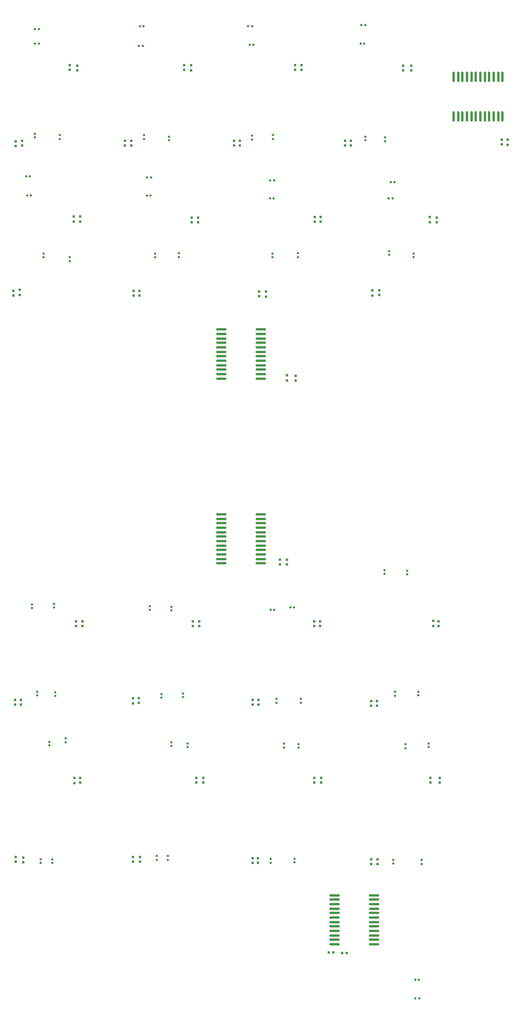
<source format=gtp>
G04 #@! TF.GenerationSoftware,KiCad,Pcbnew,7.0.1*
G04 #@! TF.CreationDate,2024-07-12T16:59:09-07:00*
G04 #@! TF.ProjectId,air_foil_pcb,6169725f-666f-4696-9c5f-7063622e6b69,rev?*
G04 #@! TF.SameCoordinates,Original*
G04 #@! TF.FileFunction,Paste,Top*
G04 #@! TF.FilePolarity,Positive*
%FSLAX46Y46*%
G04 Gerber Fmt 4.6, Leading zero omitted, Abs format (unit mm)*
G04 Created by KiCad (PCBNEW 7.0.1) date 2024-07-12 16:59:09*
%MOMM*%
%LPD*%
G01*
G04 APERTURE LIST*
G04 Aperture macros list*
%AMRoundRect*
0 Rectangle with rounded corners*
0 $1 Rounding radius*
0 $2 $3 $4 $5 $6 $7 $8 $9 X,Y pos of 4 corners*
0 Add a 4 corners polygon primitive as box body*
4,1,4,$2,$3,$4,$5,$6,$7,$8,$9,$2,$3,0*
0 Add four circle primitives for the rounded corners*
1,1,$1+$1,$2,$3*
1,1,$1+$1,$4,$5*
1,1,$1+$1,$6,$7*
1,1,$1+$1,$8,$9*
0 Add four rect primitives between the rounded corners*
20,1,$1+$1,$2,$3,$4,$5,0*
20,1,$1+$1,$4,$5,$6,$7,0*
20,1,$1+$1,$6,$7,$8,$9,0*
20,1,$1+$1,$8,$9,$2,$3,0*%
G04 Aperture macros list end*
%ADD10RoundRect,0.067500X-0.067500X-0.067500X0.067500X-0.067500X0.067500X0.067500X-0.067500X0.067500X0*%
%ADD11RoundRect,0.067500X0.067500X-0.067500X0.067500X0.067500X-0.067500X0.067500X-0.067500X-0.067500X0*%
%ADD12RoundRect,0.067500X-0.067500X0.067500X-0.067500X-0.067500X0.067500X-0.067500X0.067500X0.067500X0*%
%ADD13RoundRect,0.067500X0.067500X0.067500X-0.067500X0.067500X-0.067500X-0.067500X0.067500X-0.067500X0*%
%ADD14RoundRect,0.079500X-0.100500X0.079500X-0.100500X-0.079500X0.100500X-0.079500X0.100500X0.079500X0*%
%ADD15RoundRect,0.079500X0.100500X-0.079500X0.100500X0.079500X-0.100500X0.079500X-0.100500X-0.079500X0*%
%ADD16RoundRect,0.079500X0.079500X0.100500X-0.079500X0.100500X-0.079500X-0.100500X0.079500X-0.100500X0*%
%ADD17RoundRect,0.079500X-0.079500X-0.100500X0.079500X-0.100500X0.079500X0.100500X-0.079500X0.100500X0*%
%ADD18RoundRect,0.100000X0.637500X0.100000X-0.637500X0.100000X-0.637500X-0.100000X0.637500X-0.100000X0*%
%ADD19RoundRect,0.100000X-0.100000X0.637500X-0.100000X-0.637500X0.100000X-0.637500X0.100000X0.637500X0*%
G04 APERTURE END LIST*
D10*
X74976400Y-35077400D03*
X74426400Y-35077400D03*
X27406600Y-35687000D03*
X26856600Y-35687000D03*
X42693000Y-35229800D03*
X42143000Y-35229800D03*
X58496200Y-35229800D03*
X57946200Y-35229800D03*
X74874800Y-37769800D03*
X74324800Y-37769800D03*
X27431600Y-37820600D03*
X26881600Y-37820600D03*
X42570400Y-38125400D03*
X42020400Y-38125400D03*
X58695000Y-37947600D03*
X58145000Y-37947600D03*
D11*
X46384800Y-51312400D03*
X46384800Y-51862400D03*
X61544200Y-51083800D03*
X61544200Y-51633800D03*
X77876400Y-51414000D03*
X77876400Y-51964000D03*
X30480000Y-51083800D03*
X30480000Y-51633800D03*
X42748200Y-51079400D03*
X42748200Y-51629400D03*
X58521600Y-51160000D03*
X58521600Y-51710000D03*
X75006200Y-51308000D03*
X75006200Y-51858000D03*
X26873200Y-50880600D03*
X26873200Y-51430600D03*
D10*
X79264600Y-57937400D03*
X78714600Y-57937400D03*
X26110800Y-57124600D03*
X25560800Y-57124600D03*
X43738800Y-57277000D03*
X43188800Y-57277000D03*
X61722000Y-57708800D03*
X61172000Y-57708800D03*
X78994000Y-60299600D03*
X78444000Y-60299600D03*
X26259200Y-59867800D03*
X25709200Y-59867800D03*
X43713400Y-59867800D03*
X43163400Y-59867800D03*
X61645800Y-60325000D03*
X61095800Y-60325000D03*
D12*
X47853600Y-68851000D03*
X47853600Y-68301000D03*
X65176400Y-68829600D03*
X65176400Y-68279600D03*
X82067400Y-68880400D03*
X82067400Y-68330400D03*
X31957600Y-69413800D03*
X31957600Y-68863800D03*
X44348400Y-68880400D03*
X44348400Y-68330400D03*
X61468000Y-68880400D03*
X61468000Y-68330400D03*
X78460600Y-68550200D03*
X78460600Y-68000200D03*
X28117800Y-68884400D03*
X28117800Y-68334400D03*
X77825600Y-114930600D03*
X77825600Y-114380600D03*
D11*
X26441400Y-119359000D03*
X26441400Y-119909000D03*
X43641200Y-119638400D03*
X43641200Y-120188400D03*
D10*
X61747400Y-120192800D03*
X61197400Y-120192800D03*
D12*
X81102200Y-115027800D03*
X81102200Y-114477800D03*
D11*
X29667200Y-119312600D03*
X29667200Y-119862600D03*
X46761400Y-119710600D03*
X46761400Y-120260600D03*
D13*
X64063200Y-119811800D03*
X64613200Y-119811800D03*
D11*
X48412400Y-132313000D03*
X48412400Y-132863000D03*
X65582800Y-133151200D03*
X65582800Y-133701200D03*
X82727800Y-132084400D03*
X82727800Y-132634400D03*
X29845000Y-132156600D03*
X29845000Y-132706600D03*
X45339000Y-132414600D03*
X45339000Y-132964600D03*
X62026800Y-133125800D03*
X62026800Y-133675800D03*
X79324200Y-132135200D03*
X79324200Y-132685200D03*
X27207800Y-132059000D03*
X27207800Y-132609000D03*
D12*
X28981400Y-139894400D03*
X28981400Y-139344400D03*
X31318200Y-139437200D03*
X31318200Y-138887200D03*
X46761400Y-139996000D03*
X46761400Y-139446000D03*
X49123600Y-140178200D03*
X49123600Y-139628200D03*
X63195200Y-140207600D03*
X63195200Y-139657600D03*
X65303400Y-140258800D03*
X65303400Y-139708800D03*
X80873600Y-140275800D03*
X80873600Y-139725800D03*
X84226400Y-140157200D03*
X84226400Y-139607200D03*
D11*
X29362400Y-156464000D03*
X29362400Y-157014000D03*
X27712400Y-156464000D03*
X27712400Y-157014000D03*
X46228000Y-155981400D03*
X46228000Y-156531400D03*
X44578000Y-155981400D03*
X44578000Y-156531400D03*
X64693800Y-156387800D03*
X64693800Y-156937800D03*
X61239400Y-156413200D03*
X61239400Y-156963200D03*
X83261200Y-156591000D03*
X83261200Y-157141000D03*
X79100000Y-156544600D03*
X79100000Y-157094600D03*
D13*
X82300400Y-176758600D03*
X82850400Y-176758600D03*
X82279000Y-174015400D03*
X82829000Y-174015400D03*
D14*
X95732600Y-51790600D03*
X95732600Y-52480600D03*
X63601600Y-86080600D03*
X63601600Y-86770600D03*
D15*
X62611000Y-113538000D03*
X62611000Y-112848000D03*
D16*
X70372800Y-170027600D03*
X69682800Y-170027600D03*
D14*
X33020000Y-40980800D03*
X33020000Y-41670800D03*
X49631600Y-40945200D03*
X49631600Y-41635200D03*
X65709800Y-40904600D03*
X65709800Y-41594600D03*
X81686400Y-41021000D03*
X81686400Y-41711000D03*
X24028400Y-51968800D03*
X24028400Y-52658800D03*
X39954200Y-51902800D03*
X39954200Y-52592800D03*
X55905400Y-51917600D03*
X55905400Y-52607600D03*
X72034400Y-51892200D03*
X72034400Y-52582200D03*
X33418600Y-62966600D03*
X33418600Y-63656600D03*
X50596800Y-63064000D03*
X50596800Y-63754000D03*
X68503800Y-63028000D03*
X68503800Y-63718000D03*
X85420200Y-63053400D03*
X85420200Y-63743400D03*
X76022200Y-73716200D03*
X76022200Y-74406200D03*
X59486800Y-73859000D03*
X59486800Y-74549000D03*
X41270600Y-73721400D03*
X41270600Y-74411400D03*
X23749000Y-73736200D03*
X23749000Y-74426200D03*
X75890000Y-133436400D03*
X75890000Y-134126400D03*
X58597800Y-133259000D03*
X58597800Y-133949000D03*
X41148000Y-133070600D03*
X41148000Y-133760600D03*
X23926800Y-133294600D03*
X23926800Y-133984600D03*
X85725000Y-121818800D03*
X85725000Y-122508800D03*
X68447800Y-122512600D03*
X68447800Y-121822600D03*
X50774600Y-121843800D03*
X50774600Y-122533800D03*
X32890600Y-121828650D03*
X32890600Y-122518650D03*
X33477200Y-144653000D03*
X33477200Y-145343000D03*
X51358800Y-144627600D03*
X51358800Y-145317600D03*
X68554600Y-144653400D03*
X68554600Y-145343400D03*
X85877400Y-144648800D03*
X85877400Y-145338800D03*
X24079200Y-156129200D03*
X24079200Y-156819200D03*
X41122600Y-156159600D03*
X41122600Y-156849600D03*
X58572400Y-156322200D03*
X58572400Y-157012200D03*
X75844400Y-156464000D03*
X75844400Y-157154000D03*
X31927800Y-40940600D03*
X31927800Y-41630600D03*
X48590200Y-40940600D03*
X48590200Y-41630600D03*
X64795400Y-40915200D03*
X64795400Y-41605200D03*
X80543400Y-41006200D03*
X80543400Y-41696200D03*
X24942800Y-51938800D03*
X24942800Y-52628800D03*
X40919400Y-51877400D03*
X40919400Y-52567400D03*
X56718200Y-51917600D03*
X56718200Y-52607600D03*
X72872600Y-51892200D03*
X72872600Y-52582200D03*
X32512000Y-62962400D03*
X32512000Y-63652400D03*
X49707800Y-63064000D03*
X49707800Y-63754000D03*
X67614800Y-63017400D03*
X67614800Y-63707400D03*
X84455000Y-63048800D03*
X84455000Y-63738800D03*
X77089000Y-73685800D03*
X77089000Y-74375800D03*
X60530000Y-73884400D03*
X60530000Y-74574400D03*
X42113200Y-73746800D03*
X42113200Y-74436800D03*
X24638000Y-73630400D03*
X24638000Y-74320400D03*
X76733400Y-133421600D03*
X76733400Y-134111600D03*
X59441200Y-133244200D03*
X59441200Y-133934200D03*
X41991400Y-133055800D03*
X41991400Y-133745800D03*
X24770200Y-133279800D03*
X24770200Y-133969800D03*
X84886800Y-121804000D03*
X84886800Y-122494000D03*
X67589400Y-121818400D03*
X67589400Y-122508400D03*
X49890800Y-121854400D03*
X49890800Y-122544400D03*
X33756600Y-121818400D03*
X33756600Y-122508400D03*
X32562800Y-144663600D03*
X32562800Y-145353600D03*
X50419000Y-144653000D03*
X50419000Y-145343000D03*
X67538600Y-144653000D03*
X67538600Y-145343000D03*
X84480400Y-144653000D03*
X84480400Y-145343000D03*
X25171400Y-156220600D03*
X25171400Y-156910600D03*
X42164000Y-156159200D03*
X42164000Y-156849200D03*
X59385200Y-156296800D03*
X59385200Y-156986800D03*
X76835000Y-156464000D03*
X76835000Y-157154000D03*
X94894400Y-51775800D03*
X94894400Y-52465800D03*
X64820800Y-86106000D03*
X64820800Y-86796000D03*
D15*
X63601600Y-113563400D03*
X63601600Y-112873400D03*
D17*
X71628000Y-170103800D03*
X72318000Y-170103800D03*
D18*
X59776200Y-113411000D03*
X59776200Y-112761000D03*
X59776200Y-112111000D03*
X59776200Y-111461000D03*
X59776200Y-110811000D03*
X59776200Y-110161000D03*
X59776200Y-109511000D03*
X59776200Y-108861000D03*
X59776200Y-108211000D03*
X59776200Y-107561000D03*
X59776200Y-106911000D03*
X59776200Y-106261000D03*
X54051200Y-106261000D03*
X54051200Y-106911000D03*
X54051200Y-107561000D03*
X54051200Y-108211000D03*
X54051200Y-108861000D03*
X54051200Y-109511000D03*
X54051200Y-110161000D03*
X54051200Y-110811000D03*
X54051200Y-111461000D03*
X54051200Y-112111000D03*
X54051200Y-112761000D03*
X54051200Y-113411000D03*
X76268500Y-168852800D03*
X76268500Y-168202800D03*
X76268500Y-167552800D03*
X76268500Y-166902800D03*
X76268500Y-166252800D03*
X76268500Y-165602800D03*
X76268500Y-164952800D03*
X76268500Y-164302800D03*
X76268500Y-163652800D03*
X76268500Y-163002800D03*
X76268500Y-162352800D03*
X76268500Y-161702800D03*
X70543500Y-161702800D03*
X70543500Y-162352800D03*
X70543500Y-163002800D03*
X70543500Y-163652800D03*
X70543500Y-164302800D03*
X70543500Y-164952800D03*
X70543500Y-165602800D03*
X70543500Y-166252800D03*
X70543500Y-166902800D03*
X70543500Y-167552800D03*
X70543500Y-168202800D03*
X70543500Y-168852800D03*
X59740800Y-86527400D03*
X59740800Y-85877400D03*
X59740800Y-85227400D03*
X59740800Y-84577400D03*
X59740800Y-83927400D03*
X59740800Y-83277400D03*
X59740800Y-82627400D03*
X59740800Y-81977400D03*
X59740800Y-81327400D03*
X59740800Y-80677400D03*
X59740800Y-80027400D03*
X59740800Y-79377400D03*
X54015800Y-79377400D03*
X54015800Y-80027400D03*
X54015800Y-80677400D03*
X54015800Y-81327400D03*
X54015800Y-81977400D03*
X54015800Y-82627400D03*
X54015800Y-83277400D03*
X54015800Y-83927400D03*
X54015800Y-84577400D03*
X54015800Y-85227400D03*
X54015800Y-85877400D03*
X54015800Y-86527400D03*
D19*
X95021400Y-42646600D03*
X94371400Y-42646600D03*
X93721400Y-42646600D03*
X93071400Y-42646600D03*
X92421400Y-42646600D03*
X91771400Y-42646600D03*
X91121400Y-42646600D03*
X90471400Y-42646600D03*
X89821400Y-42646600D03*
X89171400Y-42646600D03*
X88521400Y-42646600D03*
X87871400Y-42646600D03*
X87871400Y-48371600D03*
X88521400Y-48371600D03*
X89171400Y-48371600D03*
X89821400Y-48371600D03*
X90471400Y-48371600D03*
X91121400Y-48371600D03*
X91771400Y-48371600D03*
X92421400Y-48371600D03*
X93071400Y-48371600D03*
X93721400Y-48371600D03*
X94371400Y-48371600D03*
X95021400Y-48371600D03*
M02*

</source>
